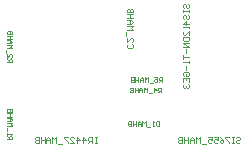
<source format=gbo>
G04*
G04 #@! TF.GenerationSoftware,Altium Limited,Altium Designer,22.3.1 (43)*
G04*
G04 Layer_Color=32896*
%FSLAX25Y25*%
%MOIN*%
G70*
G04*
G04 #@! TF.SameCoordinates,C5F4699D-FB43-4DF1-913B-A25CA7802ECB*
G04*
G04*
G04 #@! TF.FilePolarity,Positive*
G04*
G01*
G75*
%ADD10C,0.00394*%
%ADD11C,0.00315*%
D10*
X-8291Y-23813D02*
X-8947D01*
X-8619D01*
Y-25781D01*
X-8291D01*
X-8947D01*
X-9931D02*
Y-23813D01*
X-10915D01*
X-11243Y-24141D01*
Y-24797D01*
X-10915Y-25125D01*
X-9931D01*
X-10587D02*
X-11243Y-25781D01*
X-12882D02*
Y-23813D01*
X-11898Y-24797D01*
X-13210D01*
X-14850Y-25781D02*
Y-23813D01*
X-13866Y-24797D01*
X-15178D01*
X-17146Y-25781D02*
X-15834D01*
X-17146Y-24469D01*
Y-24141D01*
X-16818Y-23813D01*
X-16162D01*
X-15834Y-24141D01*
X-17802Y-23813D02*
X-19114D01*
Y-24141D01*
X-17802Y-25453D01*
Y-25781D01*
X-19770Y-26109D02*
X-21082D01*
X-21738Y-25781D02*
Y-23813D01*
X-22394Y-24469D01*
X-23050Y-23813D01*
Y-25781D01*
X-23706D02*
Y-24469D01*
X-24362Y-23813D01*
X-25018Y-24469D01*
Y-25781D01*
Y-24797D01*
X-23706D01*
X-25674Y-23813D02*
Y-25781D01*
Y-24797D01*
X-26985D01*
Y-23813D01*
Y-25781D01*
X-27641Y-23813D02*
Y-25781D01*
X-28625D01*
X-28953Y-25453D01*
Y-25125D01*
X-28625Y-24797D01*
X-27641D01*
X-28625D01*
X-28953Y-24469D01*
Y-24141D01*
X-28625Y-23813D01*
X-27641D01*
X3418Y7193D02*
X3746Y6865D01*
Y6209D01*
X3418Y5881D01*
X2107D01*
X1778Y6209D01*
Y6865D01*
X2107Y7193D01*
X1778Y9161D02*
Y7849D01*
X3090Y9161D01*
X3418D01*
X3746Y8833D01*
Y8177D01*
X3418Y7849D01*
X1450Y9817D02*
Y11129D01*
X1778Y11785D02*
X3746D01*
X3090Y12441D01*
X3746Y13097D01*
X1778D01*
Y13753D02*
X3090D01*
X3746Y14409D01*
X3090Y15065D01*
X1778D01*
X2762D01*
Y13753D01*
X3746Y15721D02*
X1778D01*
X2762D01*
Y17033D01*
X3746D01*
X1778D01*
X3746Y17689D02*
X1778D01*
Y18673D01*
X2107Y19001D01*
X2434D01*
X2762Y18673D01*
Y17689D01*
Y18673D01*
X3090Y19001D01*
X3418D01*
X3746Y18673D01*
Y17689D01*
X38232Y-24023D02*
X38560Y-23695D01*
X39216D01*
X39544Y-24023D01*
Y-24351D01*
X39216Y-24678D01*
X38560D01*
X38232Y-25006D01*
Y-25335D01*
X38560Y-25662D01*
X39216D01*
X39544Y-25335D01*
X37576Y-23695D02*
X36920D01*
X37248D01*
Y-25662D01*
X37576D01*
X36920D01*
X35936Y-23695D02*
X34624D01*
Y-24023D01*
X35936Y-25335D01*
Y-25662D01*
X32656Y-23695D02*
X33312Y-24023D01*
X33968Y-24678D01*
Y-25335D01*
X33640Y-25662D01*
X32984D01*
X32656Y-25335D01*
Y-25006D01*
X32984Y-24678D01*
X33968D01*
X30689Y-23695D02*
X32000D01*
Y-24678D01*
X31345Y-24351D01*
X31016D01*
X30689Y-24678D01*
Y-25335D01*
X31016Y-25662D01*
X31672D01*
X32000Y-25335D01*
X28721Y-23695D02*
X30033D01*
Y-24678D01*
X29377Y-24351D01*
X29049D01*
X28721Y-24678D01*
Y-25335D01*
X29049Y-25662D01*
X29705D01*
X30033Y-25335D01*
X28065Y-25990D02*
X26753D01*
X26097Y-25662D02*
Y-23695D01*
X25441Y-24351D01*
X24785Y-23695D01*
Y-25662D01*
X24129D02*
Y-24351D01*
X23473Y-23695D01*
X22817Y-24351D01*
Y-25662D01*
Y-24678D01*
X24129D01*
X22161Y-23695D02*
Y-25662D01*
Y-24678D01*
X20849D01*
Y-23695D01*
Y-25662D01*
X20193Y-23695D02*
Y-25662D01*
X19209D01*
X18881Y-25335D01*
Y-25006D01*
X19209Y-24678D01*
X20193D01*
X19209D01*
X18881Y-24351D01*
Y-24023D01*
X19209Y-23695D01*
X20193D01*
X20978Y19241D02*
X20650Y19569D01*
Y20225D01*
X20978Y20553D01*
X21306D01*
X21634Y20225D01*
Y19569D01*
X21962Y19241D01*
X22290D01*
X22618Y19569D01*
Y20225D01*
X22290Y20553D01*
X20650Y18585D02*
Y17929D01*
Y18257D01*
X22618D01*
Y18585D01*
Y17929D01*
X20978Y15633D02*
X20650Y15961D01*
Y16617D01*
X20978Y16945D01*
X21306D01*
X21634Y16617D01*
Y15961D01*
X21962Y15633D01*
X22290D01*
X22618Y15961D01*
Y16617D01*
X22290Y16945D01*
X22618Y13994D02*
X20650D01*
X21634Y14978D01*
Y13666D01*
X22618Y13010D02*
Y12354D01*
Y12682D01*
X20650D01*
X20978Y13010D01*
X22618Y10058D02*
Y11370D01*
X21306Y10058D01*
X20978D01*
X20650Y10386D01*
Y11042D01*
X20978Y11370D01*
X20650Y9402D02*
X22618D01*
Y8418D01*
X22290Y8090D01*
X20978D01*
X20650Y8418D01*
Y9402D01*
X22618Y7434D02*
X20650D01*
X22618Y6122D01*
X20650D01*
X21634Y5466D02*
Y4154D01*
X20650Y3498D02*
Y2186D01*
Y2842D01*
X22618D01*
Y1531D02*
Y875D01*
Y1203D01*
X20650D01*
X20978Y1531D01*
X21634Y-109D02*
Y-1421D01*
X20978Y-3389D02*
X20650Y-3061D01*
Y-2405D01*
X20978Y-2077D01*
X22290D01*
X22618Y-2405D01*
Y-3061D01*
X22290Y-3389D01*
X21634D01*
Y-2733D01*
X20650Y-5357D02*
Y-4045D01*
X22618D01*
Y-5357D01*
X21634Y-4045D02*
Y-4701D01*
X20978Y-6013D02*
X20650Y-6341D01*
Y-6997D01*
X20978Y-7325D01*
X21306D01*
X21634Y-6997D01*
Y-6669D01*
Y-6997D01*
X21962Y-7325D01*
X22290D01*
X22618Y-6997D01*
Y-6341D01*
X22290Y-6013D01*
D11*
X13515Y-5459D02*
Y-3885D01*
X12728D01*
X12466Y-4147D01*
Y-4672D01*
X12728Y-4934D01*
X13515D01*
X12991D02*
X12466Y-5459D01*
X10892Y-3885D02*
X11941D01*
Y-4672D01*
X11416Y-4410D01*
X11154D01*
X10892Y-4672D01*
Y-5197D01*
X11154Y-5459D01*
X11679D01*
X11941Y-5197D01*
X10367Y-5722D02*
X9317D01*
X8793Y-5459D02*
Y-3885D01*
X8268Y-4410D01*
X7743Y-3885D01*
Y-5459D01*
X7218D02*
Y-4410D01*
X6693Y-3885D01*
X6169Y-4410D01*
Y-5459D01*
Y-4672D01*
X7218D01*
X5644Y-3885D02*
Y-5459D01*
Y-4672D01*
X4594D01*
Y-3885D01*
Y-5459D01*
X4070Y-3885D02*
Y-5459D01*
X3283D01*
X3020Y-5197D01*
Y-4934D01*
X3283Y-4672D01*
X4070D01*
X3283D01*
X3020Y-4410D01*
Y-4147D01*
X3283Y-3885D01*
X4070D01*
X13279Y-8963D02*
Y-7389D01*
X12492D01*
X12230Y-7651D01*
Y-8176D01*
X12492Y-8438D01*
X13279D01*
X12754D02*
X12230Y-8963D01*
X10918D02*
Y-7389D01*
X11705Y-8176D01*
X10655D01*
X10131Y-9225D02*
X9081D01*
X8556Y-8963D02*
Y-7389D01*
X8032Y-7914D01*
X7507Y-7389D01*
Y-8963D01*
X6982D02*
Y-7914D01*
X6457Y-7389D01*
X5932Y-7914D01*
Y-8963D01*
Y-8176D01*
X6982D01*
X5408Y-7389D02*
Y-8963D01*
Y-8176D01*
X4358D01*
Y-7389D01*
Y-8963D01*
X3833Y-7389D02*
Y-8963D01*
X3046D01*
X2784Y-8701D01*
Y-8438D01*
X3046Y-8176D01*
X3833D01*
X3046D01*
X2784Y-7914D01*
Y-7651D01*
X3046Y-7389D01*
X3833D01*
X-38136Y1091D02*
X-36562D01*
Y1878D01*
X-36824Y2141D01*
X-37349D01*
X-37611Y1878D01*
Y1091D01*
Y1616D02*
X-38136Y2141D01*
Y3715D02*
Y2665D01*
X-37087Y3715D01*
X-36824D01*
X-36562Y3452D01*
Y2928D01*
X-36824Y2665D01*
X-38399Y4239D02*
Y5289D01*
X-38136Y5814D02*
X-36562D01*
X-37087Y6339D01*
X-36562Y6863D01*
X-38136D01*
Y7388D02*
X-37087D01*
X-36562Y7913D01*
X-37087Y8438D01*
X-38136D01*
X-37349D01*
Y7388D01*
X-36562Y8962D02*
X-38136D01*
X-37349D01*
Y10012D01*
X-36562D01*
X-38136D01*
X-36562Y10537D02*
X-38136D01*
Y11324D01*
X-37874Y11586D01*
X-37611D01*
X-37349Y11324D01*
Y10537D01*
Y11324D01*
X-37087Y11586D01*
X-36824D01*
X-36562Y11324D01*
Y10537D01*
X-38058Y-24605D02*
X-36483D01*
Y-23818D01*
X-36746Y-23555D01*
X-37270D01*
X-37533Y-23818D01*
Y-24605D01*
Y-24080D02*
X-38058Y-23555D01*
Y-23030D02*
Y-22506D01*
Y-22768D01*
X-36483D01*
X-36746Y-23030D01*
X-38320Y-21718D02*
Y-20669D01*
X-38058Y-20144D02*
X-36483D01*
X-37008Y-19619D01*
X-36483Y-19095D01*
X-38058D01*
Y-18570D02*
X-37008D01*
X-36483Y-18045D01*
X-37008Y-17520D01*
X-38058D01*
X-37270D01*
Y-18570D01*
X-36483Y-16996D02*
X-38058D01*
X-37270D01*
Y-15946D01*
X-36483D01*
X-38058D01*
X-36483Y-15421D02*
X-38058D01*
Y-14634D01*
X-37795Y-14372D01*
X-37533D01*
X-37270Y-14634D01*
Y-15421D01*
Y-14634D01*
X-37008Y-14372D01*
X-36746D01*
X-36483Y-14634D01*
Y-15421D01*
X12479Y-18570D02*
Y-20144D01*
X11692D01*
X11429Y-19882D01*
Y-18832D01*
X11692Y-18570D01*
X12479D01*
X10904Y-20144D02*
X10380D01*
X10642D01*
Y-18570D01*
X10904Y-18832D01*
X9592Y-20406D02*
X8543D01*
X8018Y-20144D02*
Y-18570D01*
X7493Y-19095D01*
X6969Y-18570D01*
Y-20144D01*
X6444D02*
Y-19095D01*
X5919Y-18570D01*
X5394Y-19095D01*
Y-20144D01*
Y-19357D01*
X6444D01*
X4870Y-18570D02*
Y-20144D01*
Y-19357D01*
X3820D01*
Y-18570D01*
Y-20144D01*
X3295Y-18570D02*
Y-20144D01*
X2508D01*
X2246Y-19882D01*
Y-19619D01*
X2508Y-19357D01*
X3295D01*
X2508D01*
X2246Y-19095D01*
Y-18832D01*
X2508Y-18570D01*
X3295D01*
M02*

</source>
